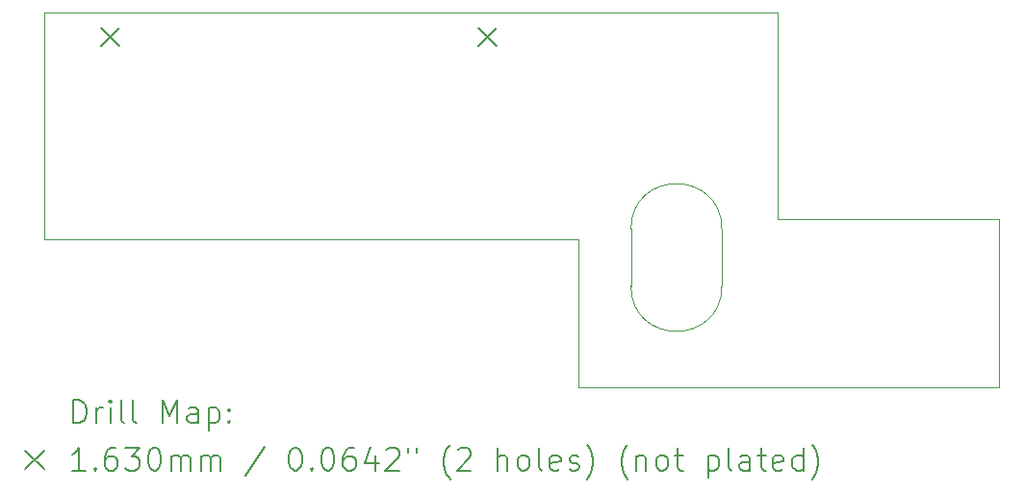
<source format=gbr>
%TF.GenerationSoftware,KiCad,Pcbnew,7.0.8*%
%TF.CreationDate,2023-10-16T22:15:18+02:00*%
%TF.ProjectId,sata_caddy,73617461-5f63-4616-9464-792e6b696361,rev?*%
%TF.SameCoordinates,Original*%
%TF.FileFunction,Drillmap*%
%TF.FilePolarity,Positive*%
%FSLAX45Y45*%
G04 Gerber Fmt 4.5, Leading zero omitted, Abs format (unit mm)*
G04 Created by KiCad (PCBNEW 7.0.8) date 2023-10-16 22:15:18*
%MOMM*%
%LPD*%
G01*
G04 APERTURE LIST*
%ADD10C,0.100000*%
%ADD11C,0.200000*%
%ADD12C,0.163000*%
G04 APERTURE END LIST*
D10*
X7460000Y-4910000D02*
G75*
G03*
X6660000Y-4910000I-400000J0D01*
G01*
X7460000Y-4910000D02*
X7460000Y-5410000D01*
X6660000Y-5410000D02*
G75*
G03*
X7460000Y-5410000I400000J0D01*
G01*
X6200000Y-5000000D02*
X6200000Y-6300000D01*
X6200000Y-5000000D02*
X1500000Y-5000000D01*
X9900000Y-4820000D02*
X7950000Y-4820000D01*
X6660000Y-4910000D02*
X6660000Y-5410000D01*
X7680000Y-3000000D02*
X7950000Y-3000000D01*
X1500000Y-5000000D02*
X1500000Y-3000000D01*
X9900000Y-6300000D02*
X9900000Y-4820000D01*
X6200000Y-6300000D02*
X9900000Y-6300000D01*
X1500000Y-3000000D02*
X7680000Y-3000000D01*
X7950000Y-4820000D02*
X7950000Y-3000000D01*
D11*
D12*
X1995500Y-3138500D02*
X2158500Y-3301500D01*
X2158500Y-3138500D02*
X1995500Y-3301500D01*
X5314500Y-3138500D02*
X5477500Y-3301500D01*
X5477500Y-3138500D02*
X5314500Y-3301500D01*
D11*
X1755777Y-6616484D02*
X1755777Y-6416484D01*
X1755777Y-6416484D02*
X1803396Y-6416484D01*
X1803396Y-6416484D02*
X1831967Y-6426008D01*
X1831967Y-6426008D02*
X1851015Y-6445055D01*
X1851015Y-6445055D02*
X1860539Y-6464103D01*
X1860539Y-6464103D02*
X1870062Y-6502198D01*
X1870062Y-6502198D02*
X1870062Y-6530769D01*
X1870062Y-6530769D02*
X1860539Y-6568865D01*
X1860539Y-6568865D02*
X1851015Y-6587912D01*
X1851015Y-6587912D02*
X1831967Y-6606960D01*
X1831967Y-6606960D02*
X1803396Y-6616484D01*
X1803396Y-6616484D02*
X1755777Y-6616484D01*
X1955777Y-6616484D02*
X1955777Y-6483150D01*
X1955777Y-6521246D02*
X1965301Y-6502198D01*
X1965301Y-6502198D02*
X1974824Y-6492674D01*
X1974824Y-6492674D02*
X1993872Y-6483150D01*
X1993872Y-6483150D02*
X2012920Y-6483150D01*
X2079586Y-6616484D02*
X2079586Y-6483150D01*
X2079586Y-6416484D02*
X2070062Y-6426008D01*
X2070062Y-6426008D02*
X2079586Y-6435531D01*
X2079586Y-6435531D02*
X2089110Y-6426008D01*
X2089110Y-6426008D02*
X2079586Y-6416484D01*
X2079586Y-6416484D02*
X2079586Y-6435531D01*
X2203396Y-6616484D02*
X2184348Y-6606960D01*
X2184348Y-6606960D02*
X2174824Y-6587912D01*
X2174824Y-6587912D02*
X2174824Y-6416484D01*
X2308158Y-6616484D02*
X2289110Y-6606960D01*
X2289110Y-6606960D02*
X2279586Y-6587912D01*
X2279586Y-6587912D02*
X2279586Y-6416484D01*
X2536729Y-6616484D02*
X2536729Y-6416484D01*
X2536729Y-6416484D02*
X2603396Y-6559341D01*
X2603396Y-6559341D02*
X2670063Y-6416484D01*
X2670063Y-6416484D02*
X2670063Y-6616484D01*
X2851015Y-6616484D02*
X2851015Y-6511722D01*
X2851015Y-6511722D02*
X2841491Y-6492674D01*
X2841491Y-6492674D02*
X2822443Y-6483150D01*
X2822443Y-6483150D02*
X2784348Y-6483150D01*
X2784348Y-6483150D02*
X2765301Y-6492674D01*
X2851015Y-6606960D02*
X2831967Y-6616484D01*
X2831967Y-6616484D02*
X2784348Y-6616484D01*
X2784348Y-6616484D02*
X2765301Y-6606960D01*
X2765301Y-6606960D02*
X2755777Y-6587912D01*
X2755777Y-6587912D02*
X2755777Y-6568865D01*
X2755777Y-6568865D02*
X2765301Y-6549817D01*
X2765301Y-6549817D02*
X2784348Y-6540293D01*
X2784348Y-6540293D02*
X2831967Y-6540293D01*
X2831967Y-6540293D02*
X2851015Y-6530769D01*
X2946253Y-6483150D02*
X2946253Y-6683150D01*
X2946253Y-6492674D02*
X2965301Y-6483150D01*
X2965301Y-6483150D02*
X3003396Y-6483150D01*
X3003396Y-6483150D02*
X3022443Y-6492674D01*
X3022443Y-6492674D02*
X3031967Y-6502198D01*
X3031967Y-6502198D02*
X3041491Y-6521246D01*
X3041491Y-6521246D02*
X3041491Y-6578388D01*
X3041491Y-6578388D02*
X3031967Y-6597436D01*
X3031967Y-6597436D02*
X3022443Y-6606960D01*
X3022443Y-6606960D02*
X3003396Y-6616484D01*
X3003396Y-6616484D02*
X2965301Y-6616484D01*
X2965301Y-6616484D02*
X2946253Y-6606960D01*
X3127205Y-6597436D02*
X3136729Y-6606960D01*
X3136729Y-6606960D02*
X3127205Y-6616484D01*
X3127205Y-6616484D02*
X3117682Y-6606960D01*
X3117682Y-6606960D02*
X3127205Y-6597436D01*
X3127205Y-6597436D02*
X3127205Y-6616484D01*
X3127205Y-6492674D02*
X3136729Y-6502198D01*
X3136729Y-6502198D02*
X3127205Y-6511722D01*
X3127205Y-6511722D02*
X3117682Y-6502198D01*
X3117682Y-6502198D02*
X3127205Y-6492674D01*
X3127205Y-6492674D02*
X3127205Y-6511722D01*
D12*
X1332000Y-6863500D02*
X1495000Y-7026500D01*
X1495000Y-6863500D02*
X1332000Y-7026500D01*
D11*
X1860539Y-7036484D02*
X1746253Y-7036484D01*
X1803396Y-7036484D02*
X1803396Y-6836484D01*
X1803396Y-6836484D02*
X1784348Y-6865055D01*
X1784348Y-6865055D02*
X1765301Y-6884103D01*
X1765301Y-6884103D02*
X1746253Y-6893627D01*
X1946253Y-7017436D02*
X1955777Y-7026960D01*
X1955777Y-7026960D02*
X1946253Y-7036484D01*
X1946253Y-7036484D02*
X1936729Y-7026960D01*
X1936729Y-7026960D02*
X1946253Y-7017436D01*
X1946253Y-7017436D02*
X1946253Y-7036484D01*
X2127205Y-6836484D02*
X2089110Y-6836484D01*
X2089110Y-6836484D02*
X2070062Y-6846008D01*
X2070062Y-6846008D02*
X2060539Y-6855531D01*
X2060539Y-6855531D02*
X2041491Y-6884103D01*
X2041491Y-6884103D02*
X2031967Y-6922198D01*
X2031967Y-6922198D02*
X2031967Y-6998388D01*
X2031967Y-6998388D02*
X2041491Y-7017436D01*
X2041491Y-7017436D02*
X2051015Y-7026960D01*
X2051015Y-7026960D02*
X2070062Y-7036484D01*
X2070062Y-7036484D02*
X2108158Y-7036484D01*
X2108158Y-7036484D02*
X2127205Y-7026960D01*
X2127205Y-7026960D02*
X2136729Y-7017436D01*
X2136729Y-7017436D02*
X2146253Y-6998388D01*
X2146253Y-6998388D02*
X2146253Y-6950769D01*
X2146253Y-6950769D02*
X2136729Y-6931722D01*
X2136729Y-6931722D02*
X2127205Y-6922198D01*
X2127205Y-6922198D02*
X2108158Y-6912674D01*
X2108158Y-6912674D02*
X2070062Y-6912674D01*
X2070062Y-6912674D02*
X2051015Y-6922198D01*
X2051015Y-6922198D02*
X2041491Y-6931722D01*
X2041491Y-6931722D02*
X2031967Y-6950769D01*
X2212920Y-6836484D02*
X2336729Y-6836484D01*
X2336729Y-6836484D02*
X2270063Y-6912674D01*
X2270063Y-6912674D02*
X2298634Y-6912674D01*
X2298634Y-6912674D02*
X2317682Y-6922198D01*
X2317682Y-6922198D02*
X2327205Y-6931722D01*
X2327205Y-6931722D02*
X2336729Y-6950769D01*
X2336729Y-6950769D02*
X2336729Y-6998388D01*
X2336729Y-6998388D02*
X2327205Y-7017436D01*
X2327205Y-7017436D02*
X2317682Y-7026960D01*
X2317682Y-7026960D02*
X2298634Y-7036484D01*
X2298634Y-7036484D02*
X2241491Y-7036484D01*
X2241491Y-7036484D02*
X2222444Y-7026960D01*
X2222444Y-7026960D02*
X2212920Y-7017436D01*
X2460539Y-6836484D02*
X2479586Y-6836484D01*
X2479586Y-6836484D02*
X2498634Y-6846008D01*
X2498634Y-6846008D02*
X2508158Y-6855531D01*
X2508158Y-6855531D02*
X2517682Y-6874579D01*
X2517682Y-6874579D02*
X2527205Y-6912674D01*
X2527205Y-6912674D02*
X2527205Y-6960293D01*
X2527205Y-6960293D02*
X2517682Y-6998388D01*
X2517682Y-6998388D02*
X2508158Y-7017436D01*
X2508158Y-7017436D02*
X2498634Y-7026960D01*
X2498634Y-7026960D02*
X2479586Y-7036484D01*
X2479586Y-7036484D02*
X2460539Y-7036484D01*
X2460539Y-7036484D02*
X2441491Y-7026960D01*
X2441491Y-7026960D02*
X2431967Y-7017436D01*
X2431967Y-7017436D02*
X2422444Y-6998388D01*
X2422444Y-6998388D02*
X2412920Y-6960293D01*
X2412920Y-6960293D02*
X2412920Y-6912674D01*
X2412920Y-6912674D02*
X2422444Y-6874579D01*
X2422444Y-6874579D02*
X2431967Y-6855531D01*
X2431967Y-6855531D02*
X2441491Y-6846008D01*
X2441491Y-6846008D02*
X2460539Y-6836484D01*
X2612920Y-7036484D02*
X2612920Y-6903150D01*
X2612920Y-6922198D02*
X2622444Y-6912674D01*
X2622444Y-6912674D02*
X2641491Y-6903150D01*
X2641491Y-6903150D02*
X2670063Y-6903150D01*
X2670063Y-6903150D02*
X2689110Y-6912674D01*
X2689110Y-6912674D02*
X2698634Y-6931722D01*
X2698634Y-6931722D02*
X2698634Y-7036484D01*
X2698634Y-6931722D02*
X2708158Y-6912674D01*
X2708158Y-6912674D02*
X2727205Y-6903150D01*
X2727205Y-6903150D02*
X2755777Y-6903150D01*
X2755777Y-6903150D02*
X2774825Y-6912674D01*
X2774825Y-6912674D02*
X2784348Y-6931722D01*
X2784348Y-6931722D02*
X2784348Y-7036484D01*
X2879586Y-7036484D02*
X2879586Y-6903150D01*
X2879586Y-6922198D02*
X2889110Y-6912674D01*
X2889110Y-6912674D02*
X2908158Y-6903150D01*
X2908158Y-6903150D02*
X2936729Y-6903150D01*
X2936729Y-6903150D02*
X2955777Y-6912674D01*
X2955777Y-6912674D02*
X2965301Y-6931722D01*
X2965301Y-6931722D02*
X2965301Y-7036484D01*
X2965301Y-6931722D02*
X2974824Y-6912674D01*
X2974824Y-6912674D02*
X2993872Y-6903150D01*
X2993872Y-6903150D02*
X3022443Y-6903150D01*
X3022443Y-6903150D02*
X3041491Y-6912674D01*
X3041491Y-6912674D02*
X3051015Y-6931722D01*
X3051015Y-6931722D02*
X3051015Y-7036484D01*
X3441491Y-6826960D02*
X3270063Y-7084103D01*
X3698634Y-6836484D02*
X3717682Y-6836484D01*
X3717682Y-6836484D02*
X3736729Y-6846008D01*
X3736729Y-6846008D02*
X3746253Y-6855531D01*
X3746253Y-6855531D02*
X3755777Y-6874579D01*
X3755777Y-6874579D02*
X3765301Y-6912674D01*
X3765301Y-6912674D02*
X3765301Y-6960293D01*
X3765301Y-6960293D02*
X3755777Y-6998388D01*
X3755777Y-6998388D02*
X3746253Y-7017436D01*
X3746253Y-7017436D02*
X3736729Y-7026960D01*
X3736729Y-7026960D02*
X3717682Y-7036484D01*
X3717682Y-7036484D02*
X3698634Y-7036484D01*
X3698634Y-7036484D02*
X3679586Y-7026960D01*
X3679586Y-7026960D02*
X3670063Y-7017436D01*
X3670063Y-7017436D02*
X3660539Y-6998388D01*
X3660539Y-6998388D02*
X3651015Y-6960293D01*
X3651015Y-6960293D02*
X3651015Y-6912674D01*
X3651015Y-6912674D02*
X3660539Y-6874579D01*
X3660539Y-6874579D02*
X3670063Y-6855531D01*
X3670063Y-6855531D02*
X3679586Y-6846008D01*
X3679586Y-6846008D02*
X3698634Y-6836484D01*
X3851015Y-7017436D02*
X3860539Y-7026960D01*
X3860539Y-7026960D02*
X3851015Y-7036484D01*
X3851015Y-7036484D02*
X3841491Y-7026960D01*
X3841491Y-7026960D02*
X3851015Y-7017436D01*
X3851015Y-7017436D02*
X3851015Y-7036484D01*
X3984348Y-6836484D02*
X4003396Y-6836484D01*
X4003396Y-6836484D02*
X4022444Y-6846008D01*
X4022444Y-6846008D02*
X4031967Y-6855531D01*
X4031967Y-6855531D02*
X4041491Y-6874579D01*
X4041491Y-6874579D02*
X4051015Y-6912674D01*
X4051015Y-6912674D02*
X4051015Y-6960293D01*
X4051015Y-6960293D02*
X4041491Y-6998388D01*
X4041491Y-6998388D02*
X4031967Y-7017436D01*
X4031967Y-7017436D02*
X4022444Y-7026960D01*
X4022444Y-7026960D02*
X4003396Y-7036484D01*
X4003396Y-7036484D02*
X3984348Y-7036484D01*
X3984348Y-7036484D02*
X3965301Y-7026960D01*
X3965301Y-7026960D02*
X3955777Y-7017436D01*
X3955777Y-7017436D02*
X3946253Y-6998388D01*
X3946253Y-6998388D02*
X3936729Y-6960293D01*
X3936729Y-6960293D02*
X3936729Y-6912674D01*
X3936729Y-6912674D02*
X3946253Y-6874579D01*
X3946253Y-6874579D02*
X3955777Y-6855531D01*
X3955777Y-6855531D02*
X3965301Y-6846008D01*
X3965301Y-6846008D02*
X3984348Y-6836484D01*
X4222444Y-6836484D02*
X4184348Y-6836484D01*
X4184348Y-6836484D02*
X4165301Y-6846008D01*
X4165301Y-6846008D02*
X4155777Y-6855531D01*
X4155777Y-6855531D02*
X4136729Y-6884103D01*
X4136729Y-6884103D02*
X4127206Y-6922198D01*
X4127206Y-6922198D02*
X4127206Y-6998388D01*
X4127206Y-6998388D02*
X4136729Y-7017436D01*
X4136729Y-7017436D02*
X4146253Y-7026960D01*
X4146253Y-7026960D02*
X4165301Y-7036484D01*
X4165301Y-7036484D02*
X4203396Y-7036484D01*
X4203396Y-7036484D02*
X4222444Y-7026960D01*
X4222444Y-7026960D02*
X4231968Y-7017436D01*
X4231968Y-7017436D02*
X4241491Y-6998388D01*
X4241491Y-6998388D02*
X4241491Y-6950769D01*
X4241491Y-6950769D02*
X4231968Y-6931722D01*
X4231968Y-6931722D02*
X4222444Y-6922198D01*
X4222444Y-6922198D02*
X4203396Y-6912674D01*
X4203396Y-6912674D02*
X4165301Y-6912674D01*
X4165301Y-6912674D02*
X4146253Y-6922198D01*
X4146253Y-6922198D02*
X4136729Y-6931722D01*
X4136729Y-6931722D02*
X4127206Y-6950769D01*
X4412920Y-6903150D02*
X4412920Y-7036484D01*
X4365301Y-6826960D02*
X4317682Y-6969817D01*
X4317682Y-6969817D02*
X4441491Y-6969817D01*
X4508158Y-6855531D02*
X4517682Y-6846008D01*
X4517682Y-6846008D02*
X4536729Y-6836484D01*
X4536729Y-6836484D02*
X4584349Y-6836484D01*
X4584349Y-6836484D02*
X4603396Y-6846008D01*
X4603396Y-6846008D02*
X4612920Y-6855531D01*
X4612920Y-6855531D02*
X4622444Y-6874579D01*
X4622444Y-6874579D02*
X4622444Y-6893627D01*
X4622444Y-6893627D02*
X4612920Y-6922198D01*
X4612920Y-6922198D02*
X4498634Y-7036484D01*
X4498634Y-7036484D02*
X4622444Y-7036484D01*
X4698634Y-6836484D02*
X4698634Y-6874579D01*
X4774825Y-6836484D02*
X4774825Y-6874579D01*
X5070063Y-7112674D02*
X5060539Y-7103150D01*
X5060539Y-7103150D02*
X5041491Y-7074579D01*
X5041491Y-7074579D02*
X5031968Y-7055531D01*
X5031968Y-7055531D02*
X5022444Y-7026960D01*
X5022444Y-7026960D02*
X5012920Y-6979341D01*
X5012920Y-6979341D02*
X5012920Y-6941246D01*
X5012920Y-6941246D02*
X5022444Y-6893627D01*
X5022444Y-6893627D02*
X5031968Y-6865055D01*
X5031968Y-6865055D02*
X5041491Y-6846008D01*
X5041491Y-6846008D02*
X5060539Y-6817436D01*
X5060539Y-6817436D02*
X5070063Y-6807912D01*
X5136730Y-6855531D02*
X5146253Y-6846008D01*
X5146253Y-6846008D02*
X5165301Y-6836484D01*
X5165301Y-6836484D02*
X5212920Y-6836484D01*
X5212920Y-6836484D02*
X5231968Y-6846008D01*
X5231968Y-6846008D02*
X5241491Y-6855531D01*
X5241491Y-6855531D02*
X5251015Y-6874579D01*
X5251015Y-6874579D02*
X5251015Y-6893627D01*
X5251015Y-6893627D02*
X5241491Y-6922198D01*
X5241491Y-6922198D02*
X5127206Y-7036484D01*
X5127206Y-7036484D02*
X5251015Y-7036484D01*
X5489111Y-7036484D02*
X5489111Y-6836484D01*
X5574825Y-7036484D02*
X5574825Y-6931722D01*
X5574825Y-6931722D02*
X5565301Y-6912674D01*
X5565301Y-6912674D02*
X5546253Y-6903150D01*
X5546253Y-6903150D02*
X5517682Y-6903150D01*
X5517682Y-6903150D02*
X5498634Y-6912674D01*
X5498634Y-6912674D02*
X5489111Y-6922198D01*
X5698634Y-7036484D02*
X5679587Y-7026960D01*
X5679587Y-7026960D02*
X5670063Y-7017436D01*
X5670063Y-7017436D02*
X5660539Y-6998388D01*
X5660539Y-6998388D02*
X5660539Y-6941246D01*
X5660539Y-6941246D02*
X5670063Y-6922198D01*
X5670063Y-6922198D02*
X5679587Y-6912674D01*
X5679587Y-6912674D02*
X5698634Y-6903150D01*
X5698634Y-6903150D02*
X5727206Y-6903150D01*
X5727206Y-6903150D02*
X5746253Y-6912674D01*
X5746253Y-6912674D02*
X5755777Y-6922198D01*
X5755777Y-6922198D02*
X5765301Y-6941246D01*
X5765301Y-6941246D02*
X5765301Y-6998388D01*
X5765301Y-6998388D02*
X5755777Y-7017436D01*
X5755777Y-7017436D02*
X5746253Y-7026960D01*
X5746253Y-7026960D02*
X5727206Y-7036484D01*
X5727206Y-7036484D02*
X5698634Y-7036484D01*
X5879587Y-7036484D02*
X5860539Y-7026960D01*
X5860539Y-7026960D02*
X5851015Y-7007912D01*
X5851015Y-7007912D02*
X5851015Y-6836484D01*
X6031968Y-7026960D02*
X6012920Y-7036484D01*
X6012920Y-7036484D02*
X5974825Y-7036484D01*
X5974825Y-7036484D02*
X5955777Y-7026960D01*
X5955777Y-7026960D02*
X5946253Y-7007912D01*
X5946253Y-7007912D02*
X5946253Y-6931722D01*
X5946253Y-6931722D02*
X5955777Y-6912674D01*
X5955777Y-6912674D02*
X5974825Y-6903150D01*
X5974825Y-6903150D02*
X6012920Y-6903150D01*
X6012920Y-6903150D02*
X6031968Y-6912674D01*
X6031968Y-6912674D02*
X6041491Y-6931722D01*
X6041491Y-6931722D02*
X6041491Y-6950769D01*
X6041491Y-6950769D02*
X5946253Y-6969817D01*
X6117682Y-7026960D02*
X6136730Y-7036484D01*
X6136730Y-7036484D02*
X6174825Y-7036484D01*
X6174825Y-7036484D02*
X6193872Y-7026960D01*
X6193872Y-7026960D02*
X6203396Y-7007912D01*
X6203396Y-7007912D02*
X6203396Y-6998388D01*
X6203396Y-6998388D02*
X6193872Y-6979341D01*
X6193872Y-6979341D02*
X6174825Y-6969817D01*
X6174825Y-6969817D02*
X6146253Y-6969817D01*
X6146253Y-6969817D02*
X6127206Y-6960293D01*
X6127206Y-6960293D02*
X6117682Y-6941246D01*
X6117682Y-6941246D02*
X6117682Y-6931722D01*
X6117682Y-6931722D02*
X6127206Y-6912674D01*
X6127206Y-6912674D02*
X6146253Y-6903150D01*
X6146253Y-6903150D02*
X6174825Y-6903150D01*
X6174825Y-6903150D02*
X6193872Y-6912674D01*
X6270063Y-7112674D02*
X6279587Y-7103150D01*
X6279587Y-7103150D02*
X6298634Y-7074579D01*
X6298634Y-7074579D02*
X6308158Y-7055531D01*
X6308158Y-7055531D02*
X6317682Y-7026960D01*
X6317682Y-7026960D02*
X6327206Y-6979341D01*
X6327206Y-6979341D02*
X6327206Y-6941246D01*
X6327206Y-6941246D02*
X6317682Y-6893627D01*
X6317682Y-6893627D02*
X6308158Y-6865055D01*
X6308158Y-6865055D02*
X6298634Y-6846008D01*
X6298634Y-6846008D02*
X6279587Y-6817436D01*
X6279587Y-6817436D02*
X6270063Y-6807912D01*
X6631968Y-7112674D02*
X6622444Y-7103150D01*
X6622444Y-7103150D02*
X6603396Y-7074579D01*
X6603396Y-7074579D02*
X6593872Y-7055531D01*
X6593872Y-7055531D02*
X6584349Y-7026960D01*
X6584349Y-7026960D02*
X6574825Y-6979341D01*
X6574825Y-6979341D02*
X6574825Y-6941246D01*
X6574825Y-6941246D02*
X6584349Y-6893627D01*
X6584349Y-6893627D02*
X6593872Y-6865055D01*
X6593872Y-6865055D02*
X6603396Y-6846008D01*
X6603396Y-6846008D02*
X6622444Y-6817436D01*
X6622444Y-6817436D02*
X6631968Y-6807912D01*
X6708158Y-6903150D02*
X6708158Y-7036484D01*
X6708158Y-6922198D02*
X6717682Y-6912674D01*
X6717682Y-6912674D02*
X6736730Y-6903150D01*
X6736730Y-6903150D02*
X6765301Y-6903150D01*
X6765301Y-6903150D02*
X6784349Y-6912674D01*
X6784349Y-6912674D02*
X6793872Y-6931722D01*
X6793872Y-6931722D02*
X6793872Y-7036484D01*
X6917682Y-7036484D02*
X6898634Y-7026960D01*
X6898634Y-7026960D02*
X6889111Y-7017436D01*
X6889111Y-7017436D02*
X6879587Y-6998388D01*
X6879587Y-6998388D02*
X6879587Y-6941246D01*
X6879587Y-6941246D02*
X6889111Y-6922198D01*
X6889111Y-6922198D02*
X6898634Y-6912674D01*
X6898634Y-6912674D02*
X6917682Y-6903150D01*
X6917682Y-6903150D02*
X6946253Y-6903150D01*
X6946253Y-6903150D02*
X6965301Y-6912674D01*
X6965301Y-6912674D02*
X6974825Y-6922198D01*
X6974825Y-6922198D02*
X6984349Y-6941246D01*
X6984349Y-6941246D02*
X6984349Y-6998388D01*
X6984349Y-6998388D02*
X6974825Y-7017436D01*
X6974825Y-7017436D02*
X6965301Y-7026960D01*
X6965301Y-7026960D02*
X6946253Y-7036484D01*
X6946253Y-7036484D02*
X6917682Y-7036484D01*
X7041492Y-6903150D02*
X7117682Y-6903150D01*
X7070063Y-6836484D02*
X7070063Y-7007912D01*
X7070063Y-7007912D02*
X7079587Y-7026960D01*
X7079587Y-7026960D02*
X7098634Y-7036484D01*
X7098634Y-7036484D02*
X7117682Y-7036484D01*
X7336730Y-6903150D02*
X7336730Y-7103150D01*
X7336730Y-6912674D02*
X7355777Y-6903150D01*
X7355777Y-6903150D02*
X7393873Y-6903150D01*
X7393873Y-6903150D02*
X7412920Y-6912674D01*
X7412920Y-6912674D02*
X7422444Y-6922198D01*
X7422444Y-6922198D02*
X7431968Y-6941246D01*
X7431968Y-6941246D02*
X7431968Y-6998388D01*
X7431968Y-6998388D02*
X7422444Y-7017436D01*
X7422444Y-7017436D02*
X7412920Y-7026960D01*
X7412920Y-7026960D02*
X7393873Y-7036484D01*
X7393873Y-7036484D02*
X7355777Y-7036484D01*
X7355777Y-7036484D02*
X7336730Y-7026960D01*
X7546253Y-7036484D02*
X7527206Y-7026960D01*
X7527206Y-7026960D02*
X7517682Y-7007912D01*
X7517682Y-7007912D02*
X7517682Y-6836484D01*
X7708158Y-7036484D02*
X7708158Y-6931722D01*
X7708158Y-6931722D02*
X7698634Y-6912674D01*
X7698634Y-6912674D02*
X7679587Y-6903150D01*
X7679587Y-6903150D02*
X7641492Y-6903150D01*
X7641492Y-6903150D02*
X7622444Y-6912674D01*
X7708158Y-7026960D02*
X7689111Y-7036484D01*
X7689111Y-7036484D02*
X7641492Y-7036484D01*
X7641492Y-7036484D02*
X7622444Y-7026960D01*
X7622444Y-7026960D02*
X7612920Y-7007912D01*
X7612920Y-7007912D02*
X7612920Y-6988865D01*
X7612920Y-6988865D02*
X7622444Y-6969817D01*
X7622444Y-6969817D02*
X7641492Y-6960293D01*
X7641492Y-6960293D02*
X7689111Y-6960293D01*
X7689111Y-6960293D02*
X7708158Y-6950769D01*
X7774825Y-6903150D02*
X7851015Y-6903150D01*
X7803396Y-6836484D02*
X7803396Y-7007912D01*
X7803396Y-7007912D02*
X7812920Y-7026960D01*
X7812920Y-7026960D02*
X7831968Y-7036484D01*
X7831968Y-7036484D02*
X7851015Y-7036484D01*
X7993873Y-7026960D02*
X7974825Y-7036484D01*
X7974825Y-7036484D02*
X7936730Y-7036484D01*
X7936730Y-7036484D02*
X7917682Y-7026960D01*
X7917682Y-7026960D02*
X7908158Y-7007912D01*
X7908158Y-7007912D02*
X7908158Y-6931722D01*
X7908158Y-6931722D02*
X7917682Y-6912674D01*
X7917682Y-6912674D02*
X7936730Y-6903150D01*
X7936730Y-6903150D02*
X7974825Y-6903150D01*
X7974825Y-6903150D02*
X7993873Y-6912674D01*
X7993873Y-6912674D02*
X8003396Y-6931722D01*
X8003396Y-6931722D02*
X8003396Y-6950769D01*
X8003396Y-6950769D02*
X7908158Y-6969817D01*
X8174825Y-7036484D02*
X8174825Y-6836484D01*
X8174825Y-7026960D02*
X8155777Y-7036484D01*
X8155777Y-7036484D02*
X8117682Y-7036484D01*
X8117682Y-7036484D02*
X8098634Y-7026960D01*
X8098634Y-7026960D02*
X8089111Y-7017436D01*
X8089111Y-7017436D02*
X8079587Y-6998388D01*
X8079587Y-6998388D02*
X8079587Y-6941246D01*
X8079587Y-6941246D02*
X8089111Y-6922198D01*
X8089111Y-6922198D02*
X8098634Y-6912674D01*
X8098634Y-6912674D02*
X8117682Y-6903150D01*
X8117682Y-6903150D02*
X8155777Y-6903150D01*
X8155777Y-6903150D02*
X8174825Y-6912674D01*
X8251015Y-7112674D02*
X8260539Y-7103150D01*
X8260539Y-7103150D02*
X8279587Y-7074579D01*
X8279587Y-7074579D02*
X8289111Y-7055531D01*
X8289111Y-7055531D02*
X8298634Y-7026960D01*
X8298634Y-7026960D02*
X8308158Y-6979341D01*
X8308158Y-6979341D02*
X8308158Y-6941246D01*
X8308158Y-6941246D02*
X8298634Y-6893627D01*
X8298634Y-6893627D02*
X8289111Y-6865055D01*
X8289111Y-6865055D02*
X8279587Y-6846008D01*
X8279587Y-6846008D02*
X8260539Y-6817436D01*
X8260539Y-6817436D02*
X8251015Y-6807912D01*
M02*

</source>
